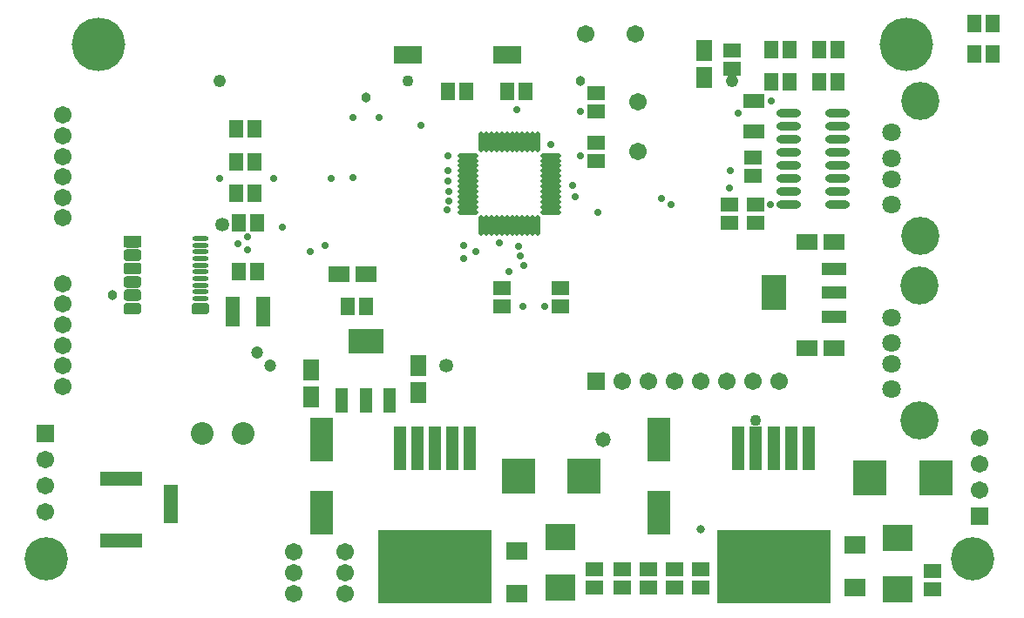
<source format=gts>
G04 Layer_Color=8388736*
%FSLAX25Y25*%
%MOIN*%
G70*
G01*
G75*
%ADD67R,0.09265X0.13595*%
%ADD68R,0.09816X0.05091*%
%ADD69R,0.43320X0.28320*%
%ADD70R,0.05013X0.16548*%
%ADD71O,0.09461X0.03162*%
%ADD72R,0.13595X0.09265*%
%ADD73R,0.05091X0.09816*%
%ADD74R,0.06312X0.01745*%
%ADD75O,0.06312X0.01745*%
%ADD76R,0.06587X0.05367*%
%ADD77R,0.05367X0.06587*%
%ADD78R,0.12611X0.13398*%
%ADD79R,0.10642X0.06706*%
%ADD80R,0.07887X0.05249*%
%ADD81R,0.08280X0.07099*%
%ADD82R,0.07887X0.06115*%
%ADD83R,0.11824X0.10249*%
%ADD84R,0.08674X0.16548*%
%ADD85R,0.06115X0.07887*%
%ADD86R,0.05367X0.11509*%
%ADD87O,0.07887X0.01981*%
%ADD88O,0.01981X0.07887*%
%ADD89C,0.06706*%
%ADD90C,0.14579*%
%ADD91C,0.07099*%
%ADD92R,0.16154X0.05524*%
%ADD93R,0.05524X0.14579*%
%ADD94C,0.08674*%
%ADD95R,0.06706X0.06706*%
%ADD96R,0.06706X0.06706*%
%ADD97C,0.04737*%
%ADD98C,0.16548*%
%ADD99C,0.02800*%
%ADD100C,0.20485*%
%ADD101C,0.04300*%
%ADD102C,0.04800*%
%ADD103C,0.03800*%
%ADD104C,0.05800*%
%ADD105C,0.05300*%
%ADD106C,0.03300*%
G36*
X-141000Y6750D02*
Y3750D01*
X-141500Y3250D01*
X-147000D01*
X-147500Y3750D01*
Y6750D01*
X-146750Y7500D01*
X-141750D01*
X-141000Y6750D01*
D02*
G37*
G36*
X-115000Y1750D02*
Y-1250D01*
X-115750Y-2000D01*
X-121000D01*
X-121500Y-1500D01*
Y1750D01*
X-121000Y2250D01*
X-115500D01*
X-115000Y1750D01*
D02*
G37*
G36*
X-141000D02*
Y-1250D01*
X-141750Y-2000D01*
X-146750D01*
X-147500Y-1250D01*
Y1750D01*
X-147000Y2250D01*
X-141500D01*
X-141000Y1750D01*
D02*
G37*
G36*
Y12000D02*
Y9000D01*
X-141750Y8250D01*
X-147000D01*
X-147500Y8750D01*
Y12000D01*
X-147000Y12500D01*
X-141500D01*
X-141000Y12000D01*
D02*
G37*
G36*
Y24000D02*
X-141250Y23750D01*
X-147500D01*
Y28000D01*
X-141000D01*
Y24000D01*
D02*
G37*
G36*
Y22250D02*
Y19250D01*
X-141750Y18500D01*
X-146750D01*
X-147500Y19250D01*
Y22250D01*
X-147000Y22750D01*
X-141500D01*
X-141000Y22250D01*
D02*
G37*
G36*
Y17250D02*
Y14000D01*
X-141500Y13500D01*
X-147000D01*
X-147500Y14000D01*
Y17250D01*
X-147000Y17750D01*
X-141500D01*
X-141000Y17250D01*
D02*
G37*
D67*
X101250Y6250D02*
D03*
D68*
X124085Y-2805D02*
D03*
Y6250D02*
D03*
Y15305D02*
D03*
D69*
X101000Y-98500D02*
D03*
X-28500D02*
D03*
D70*
X87614Y-53224D02*
D03*
X94307D02*
D03*
X101000D02*
D03*
X107693D02*
D03*
X114386D02*
D03*
X-41886D02*
D03*
X-35193D02*
D03*
X-28500D02*
D03*
X-21807D02*
D03*
X-15114D02*
D03*
D71*
X125555Y39984D02*
D03*
Y44984D02*
D03*
Y49984D02*
D03*
Y54984D02*
D03*
Y59984D02*
D03*
Y64984D02*
D03*
Y69984D02*
D03*
Y74984D02*
D03*
X106658Y39984D02*
D03*
Y44984D02*
D03*
Y49984D02*
D03*
Y54984D02*
D03*
Y59984D02*
D03*
Y64984D02*
D03*
Y69984D02*
D03*
Y74984D02*
D03*
D72*
X-55000Y-12165D02*
D03*
D73*
X-64055Y-35000D02*
D03*
X-55000D02*
D03*
X-45945D02*
D03*
D74*
X-144232Y27075D02*
D03*
D75*
Y24516D02*
D03*
Y21957D02*
D03*
Y19398D02*
D03*
Y16839D02*
D03*
Y14279D02*
D03*
Y11720D02*
D03*
Y9161D02*
D03*
Y6602D02*
D03*
Y4043D02*
D03*
Y1484D02*
D03*
Y-1075D02*
D03*
X-118248Y27075D02*
D03*
Y24516D02*
D03*
Y21957D02*
D03*
Y19398D02*
D03*
Y16839D02*
D03*
Y14279D02*
D03*
Y11720D02*
D03*
Y9161D02*
D03*
Y6602D02*
D03*
Y4043D02*
D03*
Y1484D02*
D03*
Y-1075D02*
D03*
D76*
X93000Y50996D02*
D03*
Y58004D02*
D03*
X-3000Y8004D02*
D03*
Y996D02*
D03*
X19500Y8004D02*
D03*
Y996D02*
D03*
X73000Y-99746D02*
D03*
Y-106754D02*
D03*
X43250Y-99746D02*
D03*
Y-106754D02*
D03*
X63000Y-99746D02*
D03*
Y-106754D02*
D03*
X53250Y-99746D02*
D03*
Y-106754D02*
D03*
X94250Y40004D02*
D03*
Y32996D02*
D03*
X161750Y-100246D02*
D03*
Y-107254D02*
D03*
X84000Y40004D02*
D03*
Y32996D02*
D03*
X33250Y56746D02*
D03*
Y63754D02*
D03*
Y75746D02*
D03*
Y82754D02*
D03*
X85000Y99008D02*
D03*
Y92000D02*
D03*
X32500Y-99746D02*
D03*
Y-106754D02*
D03*
D77*
X177746Y109500D02*
D03*
X184754D02*
D03*
X-1004Y83500D02*
D03*
X6004D02*
D03*
X125504Y87000D02*
D03*
X118496D02*
D03*
X125504Y99500D02*
D03*
X118496D02*
D03*
X-97500Y56500D02*
D03*
X-104508D02*
D03*
X-97492Y44500D02*
D03*
X-104500D02*
D03*
X-103504Y14250D02*
D03*
X-96496D02*
D03*
X177746Y97750D02*
D03*
X184754D02*
D03*
X99996Y87000D02*
D03*
X107004D02*
D03*
X99996Y99500D02*
D03*
X107004D02*
D03*
X-54996Y1000D02*
D03*
X-62004D02*
D03*
X-16496Y83500D02*
D03*
X-23504D02*
D03*
X-97500Y69000D02*
D03*
X-104508D02*
D03*
X-96496Y33000D02*
D03*
X-103504D02*
D03*
D78*
X163098Y-64500D02*
D03*
X137902D02*
D03*
X28598Y-64000D02*
D03*
X3402D02*
D03*
D79*
X-38992Y97500D02*
D03*
X-1000D02*
D03*
D80*
X93553Y67884D02*
D03*
Y79616D02*
D03*
D81*
X132000Y-106768D02*
D03*
Y-90232D02*
D03*
X2750Y-109018D02*
D03*
Y-92482D02*
D03*
D82*
X-65315Y13500D02*
D03*
X-55000D02*
D03*
X124112Y-14902D02*
D03*
X113797D02*
D03*
X113888Y25652D02*
D03*
X124203D02*
D03*
D83*
X148402Y-107211D02*
D03*
Y-87683D02*
D03*
X19402Y-106711D02*
D03*
Y-87183D02*
D03*
D84*
X57000Y-78000D02*
D03*
Y-50047D02*
D03*
X-72000Y-50024D02*
D03*
Y-77976D02*
D03*
D85*
X74598Y88638D02*
D03*
Y98953D02*
D03*
X-75902Y-33612D02*
D03*
Y-23297D02*
D03*
X-35000Y-21500D02*
D03*
Y-31815D02*
D03*
D86*
X-94299Y-1053D02*
D03*
X-105913D02*
D03*
D87*
X15945Y58827D02*
D03*
Y54890D02*
D03*
Y56858D02*
D03*
Y48984D02*
D03*
Y47016D02*
D03*
Y52921D02*
D03*
Y50953D02*
D03*
Y45047D02*
D03*
Y43079D02*
D03*
Y41110D02*
D03*
Y39142D02*
D03*
Y37173D02*
D03*
X-15945Y54890D02*
D03*
Y52921D02*
D03*
Y58827D02*
D03*
Y56858D02*
D03*
Y47016D02*
D03*
Y45047D02*
D03*
Y50953D02*
D03*
Y48984D02*
D03*
Y43079D02*
D03*
Y37173D02*
D03*
Y41110D02*
D03*
Y39142D02*
D03*
D88*
X8858Y63945D02*
D03*
X10827D02*
D03*
X4921D02*
D03*
X6890D02*
D03*
X2953D02*
D03*
X-984D02*
D03*
X984D02*
D03*
X10827Y32055D02*
D03*
X8858D02*
D03*
X6890D02*
D03*
X2953D02*
D03*
X4921D02*
D03*
X-984D02*
D03*
X984D02*
D03*
X-4921Y63945D02*
D03*
X-8858D02*
D03*
X-2953D02*
D03*
X-10827D02*
D03*
X-6890D02*
D03*
X-8858Y32055D02*
D03*
X-6890D02*
D03*
X-4921D02*
D03*
X-2953D02*
D03*
X-10827D02*
D03*
D89*
X29000Y105500D02*
D03*
X48291D02*
D03*
X49250Y79500D02*
D03*
Y60209D02*
D03*
X179750Y-49250D02*
D03*
Y-59250D02*
D03*
Y-69250D02*
D03*
X-171000Y34878D02*
D03*
Y42752D02*
D03*
Y50626D02*
D03*
Y58500D02*
D03*
Y66374D02*
D03*
Y74248D02*
D03*
Y-29622D02*
D03*
Y-21748D02*
D03*
Y-13874D02*
D03*
Y-6000D02*
D03*
Y1874D02*
D03*
Y9748D02*
D03*
X43000Y-27500D02*
D03*
X53000D02*
D03*
X63000D02*
D03*
X73000D02*
D03*
X83000D02*
D03*
X93000D02*
D03*
X103000D02*
D03*
X-177500Y-77500D02*
D03*
Y-67500D02*
D03*
Y-57500D02*
D03*
X-82500Y-108874D02*
D03*
Y-101000D02*
D03*
Y-93126D02*
D03*
X-62815Y-108874D02*
D03*
Y-101000D02*
D03*
Y-93126D02*
D03*
D90*
X156827Y9047D02*
D03*
Y-42724D02*
D03*
X157000Y79772D02*
D03*
Y28000D02*
D03*
D91*
X146000Y-3158D02*
D03*
Y-13000D02*
D03*
Y-20874D02*
D03*
Y-30716D02*
D03*
X146173Y67567D02*
D03*
Y57724D02*
D03*
Y49850D02*
D03*
Y40008D02*
D03*
D92*
X-148500Y-64878D02*
D03*
Y-88500D02*
D03*
D93*
X-129602Y-74721D02*
D03*
D94*
X-117500Y-47500D02*
D03*
X-101949D02*
D03*
D95*
X179750Y-79250D02*
D03*
X-177500Y-47500D02*
D03*
D96*
X33000Y-27500D02*
D03*
D97*
X-91495Y-21506D02*
D03*
X-96505Y-16495D02*
D03*
D98*
X-177250Y-95750D02*
D03*
X177250D02*
D03*
D99*
X-111000Y50008D02*
D03*
X-50000Y73250D02*
D03*
X-60000D02*
D03*
X-250Y14250D02*
D03*
X-23297Y45047D02*
D03*
X5500Y16750D02*
D03*
X4250Y20500D02*
D03*
X-90258Y50008D02*
D03*
X-68250Y50000D02*
D03*
X25250Y43000D02*
D03*
X24250Y47500D02*
D03*
X-23673Y58827D02*
D03*
X-70500Y24250D02*
D03*
X-17500D02*
D03*
X-76250Y22000D02*
D03*
X-12750D02*
D03*
X-100250Y22750D02*
D03*
X-17500Y19500D02*
D03*
X-103750Y25000D02*
D03*
X-100250Y27750D02*
D03*
X-60000Y50250D02*
D03*
X-33750Y70250D02*
D03*
X-3750Y25250D02*
D03*
X-23250Y41500D02*
D03*
X-23750Y38000D02*
D03*
X-86750Y31500D02*
D03*
X-23579Y52921D02*
D03*
X-23500Y49000D02*
D03*
X33750Y37173D02*
D03*
X5250Y1000D02*
D03*
X13500D02*
D03*
X27250Y58750D02*
D03*
X15945Y63195D02*
D03*
X2890Y76250D02*
D03*
X27250Y75750D02*
D03*
X3500Y24000D02*
D03*
X100116Y79616D02*
D03*
X87484Y74984D02*
D03*
X84500Y53000D02*
D03*
X99746Y40004D02*
D03*
X61746D02*
D03*
X84000Y46500D02*
D03*
X58250Y42500D02*
D03*
D100*
X-157250Y101250D02*
D03*
X151750D02*
D03*
D101*
X94307Y-42557D02*
D03*
X-38992Y87508D02*
D03*
D102*
X-111000Y87500D02*
D03*
X85000D02*
D03*
D103*
X-55000Y81000D02*
D03*
X-152000Y5500D02*
D03*
X27250Y87500D02*
D03*
D104*
X35703Y-50047D02*
D03*
D105*
X-110000Y32500D02*
D03*
X-24250Y-21500D02*
D03*
D106*
X73000Y-84250D02*
D03*
M02*

</source>
